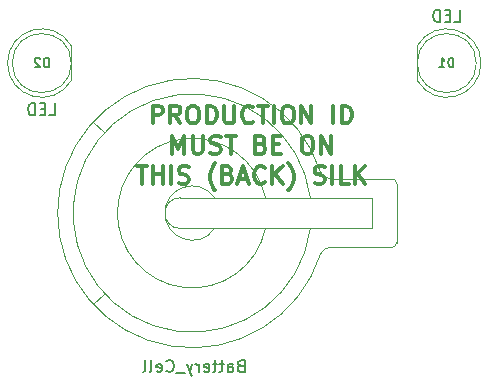
<source format=gbr>
G04 #@! TF.FileFunction,Other,Fab,Bot*
%FSLAX46Y46*%
G04 Gerber Fmt 4.6, Leading zero omitted, Abs format (unit mm)*
G04 Created by KiCad (PCBNEW 4.0.7+dfsg1-1) date Wed Mar 14 20:17:05 2018*
%MOMM*%
%LPD*%
G01*
G04 APERTURE LIST*
%ADD10C,0.100000*%
%ADD11C,0.300000*%
%ADD12C,0.150000*%
%ADD13C,0.200000*%
G04 APERTURE END LIST*
D10*
D11*
X142102142Y-97823571D02*
X142102142Y-96323571D01*
X142673570Y-96323571D01*
X142816428Y-96395000D01*
X142887856Y-96466429D01*
X142959285Y-96609286D01*
X142959285Y-96823571D01*
X142887856Y-96966429D01*
X142816428Y-97037857D01*
X142673570Y-97109286D01*
X142102142Y-97109286D01*
X144459285Y-97823571D02*
X143959285Y-97109286D01*
X143602142Y-97823571D02*
X143602142Y-96323571D01*
X144173570Y-96323571D01*
X144316428Y-96395000D01*
X144387856Y-96466429D01*
X144459285Y-96609286D01*
X144459285Y-96823571D01*
X144387856Y-96966429D01*
X144316428Y-97037857D01*
X144173570Y-97109286D01*
X143602142Y-97109286D01*
X145387856Y-96323571D02*
X145673570Y-96323571D01*
X145816428Y-96395000D01*
X145959285Y-96537857D01*
X146030713Y-96823571D01*
X146030713Y-97323571D01*
X145959285Y-97609286D01*
X145816428Y-97752143D01*
X145673570Y-97823571D01*
X145387856Y-97823571D01*
X145244999Y-97752143D01*
X145102142Y-97609286D01*
X145030713Y-97323571D01*
X145030713Y-96823571D01*
X145102142Y-96537857D01*
X145244999Y-96395000D01*
X145387856Y-96323571D01*
X146673571Y-97823571D02*
X146673571Y-96323571D01*
X147030714Y-96323571D01*
X147244999Y-96395000D01*
X147387857Y-96537857D01*
X147459285Y-96680714D01*
X147530714Y-96966429D01*
X147530714Y-97180714D01*
X147459285Y-97466429D01*
X147387857Y-97609286D01*
X147244999Y-97752143D01*
X147030714Y-97823571D01*
X146673571Y-97823571D01*
X148173571Y-96323571D02*
X148173571Y-97537857D01*
X148244999Y-97680714D01*
X148316428Y-97752143D01*
X148459285Y-97823571D01*
X148744999Y-97823571D01*
X148887857Y-97752143D01*
X148959285Y-97680714D01*
X149030714Y-97537857D01*
X149030714Y-96323571D01*
X150602143Y-97680714D02*
X150530714Y-97752143D01*
X150316428Y-97823571D01*
X150173571Y-97823571D01*
X149959286Y-97752143D01*
X149816428Y-97609286D01*
X149745000Y-97466429D01*
X149673571Y-97180714D01*
X149673571Y-96966429D01*
X149745000Y-96680714D01*
X149816428Y-96537857D01*
X149959286Y-96395000D01*
X150173571Y-96323571D01*
X150316428Y-96323571D01*
X150530714Y-96395000D01*
X150602143Y-96466429D01*
X151030714Y-96323571D02*
X151887857Y-96323571D01*
X151459286Y-97823571D02*
X151459286Y-96323571D01*
X152387857Y-97823571D02*
X152387857Y-96323571D01*
X153387857Y-96323571D02*
X153673571Y-96323571D01*
X153816429Y-96395000D01*
X153959286Y-96537857D01*
X154030714Y-96823571D01*
X154030714Y-97323571D01*
X153959286Y-97609286D01*
X153816429Y-97752143D01*
X153673571Y-97823571D01*
X153387857Y-97823571D01*
X153245000Y-97752143D01*
X153102143Y-97609286D01*
X153030714Y-97323571D01*
X153030714Y-96823571D01*
X153102143Y-96537857D01*
X153245000Y-96395000D01*
X153387857Y-96323571D01*
X154673572Y-97823571D02*
X154673572Y-96323571D01*
X155530715Y-97823571D01*
X155530715Y-96323571D01*
X157387858Y-97823571D02*
X157387858Y-96323571D01*
X158102144Y-97823571D02*
X158102144Y-96323571D01*
X158459287Y-96323571D01*
X158673572Y-96395000D01*
X158816430Y-96537857D01*
X158887858Y-96680714D01*
X158959287Y-96966429D01*
X158959287Y-97180714D01*
X158887858Y-97466429D01*
X158816430Y-97609286D01*
X158673572Y-97752143D01*
X158459287Y-97823571D01*
X158102144Y-97823571D01*
X143780714Y-100373571D02*
X143780714Y-98873571D01*
X144280714Y-99945000D01*
X144780714Y-98873571D01*
X144780714Y-100373571D01*
X145495000Y-98873571D02*
X145495000Y-100087857D01*
X145566428Y-100230714D01*
X145637857Y-100302143D01*
X145780714Y-100373571D01*
X146066428Y-100373571D01*
X146209286Y-100302143D01*
X146280714Y-100230714D01*
X146352143Y-100087857D01*
X146352143Y-98873571D01*
X146995000Y-100302143D02*
X147209286Y-100373571D01*
X147566429Y-100373571D01*
X147709286Y-100302143D01*
X147780715Y-100230714D01*
X147852143Y-100087857D01*
X147852143Y-99945000D01*
X147780715Y-99802143D01*
X147709286Y-99730714D01*
X147566429Y-99659286D01*
X147280715Y-99587857D01*
X147137857Y-99516429D01*
X147066429Y-99445000D01*
X146995000Y-99302143D01*
X146995000Y-99159286D01*
X147066429Y-99016429D01*
X147137857Y-98945000D01*
X147280715Y-98873571D01*
X147637857Y-98873571D01*
X147852143Y-98945000D01*
X148280714Y-98873571D02*
X149137857Y-98873571D01*
X148709286Y-100373571D02*
X148709286Y-98873571D01*
X151280714Y-99587857D02*
X151495000Y-99659286D01*
X151566428Y-99730714D01*
X151637857Y-99873571D01*
X151637857Y-100087857D01*
X151566428Y-100230714D01*
X151495000Y-100302143D01*
X151352142Y-100373571D01*
X150780714Y-100373571D01*
X150780714Y-98873571D01*
X151280714Y-98873571D01*
X151423571Y-98945000D01*
X151495000Y-99016429D01*
X151566428Y-99159286D01*
X151566428Y-99302143D01*
X151495000Y-99445000D01*
X151423571Y-99516429D01*
X151280714Y-99587857D01*
X150780714Y-99587857D01*
X152280714Y-99587857D02*
X152780714Y-99587857D01*
X152995000Y-100373571D02*
X152280714Y-100373571D01*
X152280714Y-98873571D01*
X152995000Y-98873571D01*
X155066428Y-98873571D02*
X155352142Y-98873571D01*
X155495000Y-98945000D01*
X155637857Y-99087857D01*
X155709285Y-99373571D01*
X155709285Y-99873571D01*
X155637857Y-100159286D01*
X155495000Y-100302143D01*
X155352142Y-100373571D01*
X155066428Y-100373571D01*
X154923571Y-100302143D01*
X154780714Y-100159286D01*
X154709285Y-99873571D01*
X154709285Y-99373571D01*
X154780714Y-99087857D01*
X154923571Y-98945000D01*
X155066428Y-98873571D01*
X156352143Y-100373571D02*
X156352143Y-98873571D01*
X157209286Y-100373571D01*
X157209286Y-98873571D01*
X140745000Y-101423571D02*
X141602143Y-101423571D01*
X141173572Y-102923571D02*
X141173572Y-101423571D01*
X142102143Y-102923571D02*
X142102143Y-101423571D01*
X142102143Y-102137857D02*
X142959286Y-102137857D01*
X142959286Y-102923571D02*
X142959286Y-101423571D01*
X143673572Y-102923571D02*
X143673572Y-101423571D01*
X144316429Y-102852143D02*
X144530715Y-102923571D01*
X144887858Y-102923571D01*
X145030715Y-102852143D01*
X145102144Y-102780714D01*
X145173572Y-102637857D01*
X145173572Y-102495000D01*
X145102144Y-102352143D01*
X145030715Y-102280714D01*
X144887858Y-102209286D01*
X144602144Y-102137857D01*
X144459286Y-102066429D01*
X144387858Y-101995000D01*
X144316429Y-101852143D01*
X144316429Y-101709286D01*
X144387858Y-101566429D01*
X144459286Y-101495000D01*
X144602144Y-101423571D01*
X144959286Y-101423571D01*
X145173572Y-101495000D01*
X147387857Y-103495000D02*
X147316429Y-103423571D01*
X147173572Y-103209286D01*
X147102143Y-103066429D01*
X147030714Y-102852143D01*
X146959286Y-102495000D01*
X146959286Y-102209286D01*
X147030714Y-101852143D01*
X147102143Y-101637857D01*
X147173572Y-101495000D01*
X147316429Y-101280714D01*
X147387857Y-101209286D01*
X148459286Y-102137857D02*
X148673572Y-102209286D01*
X148745000Y-102280714D01*
X148816429Y-102423571D01*
X148816429Y-102637857D01*
X148745000Y-102780714D01*
X148673572Y-102852143D01*
X148530714Y-102923571D01*
X147959286Y-102923571D01*
X147959286Y-101423571D01*
X148459286Y-101423571D01*
X148602143Y-101495000D01*
X148673572Y-101566429D01*
X148745000Y-101709286D01*
X148745000Y-101852143D01*
X148673572Y-101995000D01*
X148602143Y-102066429D01*
X148459286Y-102137857D01*
X147959286Y-102137857D01*
X149387857Y-102495000D02*
X150102143Y-102495000D01*
X149245000Y-102923571D02*
X149745000Y-101423571D01*
X150245000Y-102923571D01*
X151602143Y-102780714D02*
X151530714Y-102852143D01*
X151316428Y-102923571D01*
X151173571Y-102923571D01*
X150959286Y-102852143D01*
X150816428Y-102709286D01*
X150745000Y-102566429D01*
X150673571Y-102280714D01*
X150673571Y-102066429D01*
X150745000Y-101780714D01*
X150816428Y-101637857D01*
X150959286Y-101495000D01*
X151173571Y-101423571D01*
X151316428Y-101423571D01*
X151530714Y-101495000D01*
X151602143Y-101566429D01*
X152245000Y-102923571D02*
X152245000Y-101423571D01*
X153102143Y-102923571D02*
X152459286Y-102066429D01*
X153102143Y-101423571D02*
X152245000Y-102280714D01*
X153602143Y-103495000D02*
X153673571Y-103423571D01*
X153816428Y-103209286D01*
X153887857Y-103066429D01*
X153959286Y-102852143D01*
X154030714Y-102495000D01*
X154030714Y-102209286D01*
X153959286Y-101852143D01*
X153887857Y-101637857D01*
X153816428Y-101495000D01*
X153673571Y-101280714D01*
X153602143Y-101209286D01*
X155816428Y-102852143D02*
X156030714Y-102923571D01*
X156387857Y-102923571D01*
X156530714Y-102852143D01*
X156602143Y-102780714D01*
X156673571Y-102637857D01*
X156673571Y-102495000D01*
X156602143Y-102352143D01*
X156530714Y-102280714D01*
X156387857Y-102209286D01*
X156102143Y-102137857D01*
X155959285Y-102066429D01*
X155887857Y-101995000D01*
X155816428Y-101852143D01*
X155816428Y-101709286D01*
X155887857Y-101566429D01*
X155959285Y-101495000D01*
X156102143Y-101423571D01*
X156459285Y-101423571D01*
X156673571Y-101495000D01*
X157316428Y-102923571D02*
X157316428Y-101423571D01*
X158745000Y-102923571D02*
X158030714Y-102923571D01*
X158030714Y-101423571D01*
X159245000Y-102923571D02*
X159245000Y-101423571D01*
X160102143Y-102923571D02*
X159459286Y-102066429D01*
X160102143Y-101423571D02*
X159245000Y-102280714D01*
D10*
X156309277Y-108902182D02*
G75*
G02X157155000Y-108310000I845723J-307818D01*
G01*
X134054701Y-105334649D02*
G75*
G03X156305000Y-108910000I11400299J-75351D01*
G01*
X134054701Y-105485351D02*
G75*
G02X156305000Y-101910000I11400299J75351D01*
G01*
X135455000Y-104110000D02*
G75*
G03X155455000Y-106710000I10000000J-1300000D01*
G01*
X139123450Y-105206369D02*
G75*
G03X151655000Y-106710000I6331550J-203631D01*
G01*
X143159552Y-105234167D02*
G75*
G03X147355000Y-106710000I2295448J-175833D01*
G01*
X137083800Y-113131600D02*
X137998200Y-112293400D01*
X137083800Y-97688400D02*
X138023600Y-98552000D01*
X143159552Y-105585833D02*
G75*
G02X147355000Y-104110000I2295448J175833D01*
G01*
X139123450Y-105613631D02*
G75*
G02X151655000Y-104110000I6331550J203631D01*
G01*
X135455000Y-106710000D02*
G75*
G02X155455000Y-104110000I10000000J1300000D01*
G01*
X157124400Y-102510000D02*
X162355000Y-102510000D01*
X162355000Y-108310000D02*
X157124400Y-108310000D01*
X162755000Y-102910000D02*
X162755000Y-107910000D01*
X160655000Y-106710000D02*
X144455000Y-106710000D01*
X144455000Y-104110000D02*
X160655000Y-104110000D01*
X156309277Y-101917818D02*
G75*
G03X157155000Y-102510000I845723J307818D01*
G01*
X144455000Y-106710000D02*
G75*
G02X144455000Y-104110000I0J1300000D01*
G01*
X160655000Y-104110000D02*
X160655000Y-106710000D01*
X162355000Y-108310000D02*
G75*
G03X162755000Y-107910000I0J400000D01*
G01*
X162355000Y-102510000D02*
G75*
G02X162755000Y-102910000I0J-400000D01*
G01*
X164504984Y-91240334D02*
G75*
G02X164505000Y-94179694I2500016J-1469666D01*
G01*
X169505000Y-92710000D02*
G75*
G03X169505000Y-92710000I-2500000J0D01*
G01*
X164505000Y-94179694D02*
X164505000Y-91240306D01*
X135215016Y-94179666D02*
G75*
G02X135215000Y-91240306I-2500016J1469666D01*
G01*
X135215000Y-92710000D02*
G75*
G03X135215000Y-92710000I-2500000J0D01*
G01*
X135215000Y-91240306D02*
X135215000Y-94179694D01*
D12*
X149559763Y-118338571D02*
X149416906Y-118386190D01*
X149369287Y-118433810D01*
X149321668Y-118529048D01*
X149321668Y-118671905D01*
X149369287Y-118767143D01*
X149416906Y-118814762D01*
X149512144Y-118862381D01*
X149893097Y-118862381D01*
X149893097Y-117862381D01*
X149559763Y-117862381D01*
X149464525Y-117910000D01*
X149416906Y-117957619D01*
X149369287Y-118052857D01*
X149369287Y-118148095D01*
X149416906Y-118243333D01*
X149464525Y-118290952D01*
X149559763Y-118338571D01*
X149893097Y-118338571D01*
X148464525Y-118862381D02*
X148464525Y-118338571D01*
X148512144Y-118243333D01*
X148607382Y-118195714D01*
X148797859Y-118195714D01*
X148893097Y-118243333D01*
X148464525Y-118814762D02*
X148559763Y-118862381D01*
X148797859Y-118862381D01*
X148893097Y-118814762D01*
X148940716Y-118719524D01*
X148940716Y-118624286D01*
X148893097Y-118529048D01*
X148797859Y-118481429D01*
X148559763Y-118481429D01*
X148464525Y-118433810D01*
X148131192Y-118195714D02*
X147750240Y-118195714D01*
X147988335Y-117862381D02*
X147988335Y-118719524D01*
X147940716Y-118814762D01*
X147845478Y-118862381D01*
X147750240Y-118862381D01*
X147559763Y-118195714D02*
X147178811Y-118195714D01*
X147416906Y-117862381D02*
X147416906Y-118719524D01*
X147369287Y-118814762D01*
X147274049Y-118862381D01*
X147178811Y-118862381D01*
X146464524Y-118814762D02*
X146559762Y-118862381D01*
X146750239Y-118862381D01*
X146845477Y-118814762D01*
X146893096Y-118719524D01*
X146893096Y-118338571D01*
X146845477Y-118243333D01*
X146750239Y-118195714D01*
X146559762Y-118195714D01*
X146464524Y-118243333D01*
X146416905Y-118338571D01*
X146416905Y-118433810D01*
X146893096Y-118529048D01*
X145988334Y-118862381D02*
X145988334Y-118195714D01*
X145988334Y-118386190D02*
X145940715Y-118290952D01*
X145893096Y-118243333D01*
X145797858Y-118195714D01*
X145702619Y-118195714D01*
X145464524Y-118195714D02*
X145226429Y-118862381D01*
X144988333Y-118195714D02*
X145226429Y-118862381D01*
X145321667Y-119100476D01*
X145369286Y-119148095D01*
X145464524Y-119195714D01*
X144845476Y-118957619D02*
X144083571Y-118957619D01*
X143274047Y-118767143D02*
X143321666Y-118814762D01*
X143464523Y-118862381D01*
X143559761Y-118862381D01*
X143702619Y-118814762D01*
X143797857Y-118719524D01*
X143845476Y-118624286D01*
X143893095Y-118433810D01*
X143893095Y-118290952D01*
X143845476Y-118100476D01*
X143797857Y-118005238D01*
X143702619Y-117910000D01*
X143559761Y-117862381D01*
X143464523Y-117862381D01*
X143321666Y-117910000D01*
X143274047Y-117957619D01*
X142464523Y-118814762D02*
X142559761Y-118862381D01*
X142750238Y-118862381D01*
X142845476Y-118814762D01*
X142893095Y-118719524D01*
X142893095Y-118338571D01*
X142845476Y-118243333D01*
X142750238Y-118195714D01*
X142559761Y-118195714D01*
X142464523Y-118243333D01*
X142416904Y-118338571D01*
X142416904Y-118433810D01*
X142893095Y-118529048D01*
X141845476Y-118862381D02*
X141940714Y-118814762D01*
X141988333Y-118719524D01*
X141988333Y-117862381D01*
X141321666Y-118862381D02*
X141416904Y-118814762D01*
X141464523Y-118719524D01*
X141464523Y-117862381D01*
X167647857Y-89202381D02*
X168124048Y-89202381D01*
X168124048Y-88202381D01*
X167314524Y-88678571D02*
X166981190Y-88678571D01*
X166838333Y-89202381D02*
X167314524Y-89202381D01*
X167314524Y-88202381D01*
X166838333Y-88202381D01*
X166409762Y-89202381D02*
X166409762Y-88202381D01*
X166171667Y-88202381D01*
X166028809Y-88250000D01*
X165933571Y-88345238D01*
X165885952Y-88440476D01*
X165838333Y-88630952D01*
X165838333Y-88773810D01*
X165885952Y-88964286D01*
X165933571Y-89059524D01*
X166028809Y-89154762D01*
X166171667Y-89202381D01*
X166409762Y-89202381D01*
D13*
X167575476Y-93071905D02*
X167575476Y-92271905D01*
X167385000Y-92271905D01*
X167270714Y-92310000D01*
X167194523Y-92386190D01*
X167156428Y-92462381D01*
X167118333Y-92614762D01*
X167118333Y-92729048D01*
X167156428Y-92881429D01*
X167194523Y-92957619D01*
X167270714Y-93033810D01*
X167385000Y-93071905D01*
X167575476Y-93071905D01*
X166356428Y-93071905D02*
X166813571Y-93071905D01*
X166585000Y-93071905D02*
X166585000Y-92271905D01*
X166661190Y-92386190D01*
X166737381Y-92462381D01*
X166813571Y-92500476D01*
D12*
X133357857Y-97122381D02*
X133834048Y-97122381D01*
X133834048Y-96122381D01*
X133024524Y-96598571D02*
X132691190Y-96598571D01*
X132548333Y-97122381D02*
X133024524Y-97122381D01*
X133024524Y-96122381D01*
X132548333Y-96122381D01*
X132119762Y-97122381D02*
X132119762Y-96122381D01*
X131881667Y-96122381D01*
X131738809Y-96170000D01*
X131643571Y-96265238D01*
X131595952Y-96360476D01*
X131548333Y-96550952D01*
X131548333Y-96693810D01*
X131595952Y-96884286D01*
X131643571Y-96979524D01*
X131738809Y-97074762D01*
X131881667Y-97122381D01*
X132119762Y-97122381D01*
D13*
X133325476Y-93071905D02*
X133325476Y-92271905D01*
X133135000Y-92271905D01*
X133020714Y-92310000D01*
X132944523Y-92386190D01*
X132906428Y-92462381D01*
X132868333Y-92614762D01*
X132868333Y-92729048D01*
X132906428Y-92881429D01*
X132944523Y-92957619D01*
X133020714Y-93033810D01*
X133135000Y-93071905D01*
X133325476Y-93071905D01*
X132563571Y-92348095D02*
X132525476Y-92310000D01*
X132449285Y-92271905D01*
X132258809Y-92271905D01*
X132182619Y-92310000D01*
X132144523Y-92348095D01*
X132106428Y-92424286D01*
X132106428Y-92500476D01*
X132144523Y-92614762D01*
X132601666Y-93071905D01*
X132106428Y-93071905D01*
M02*

</source>
